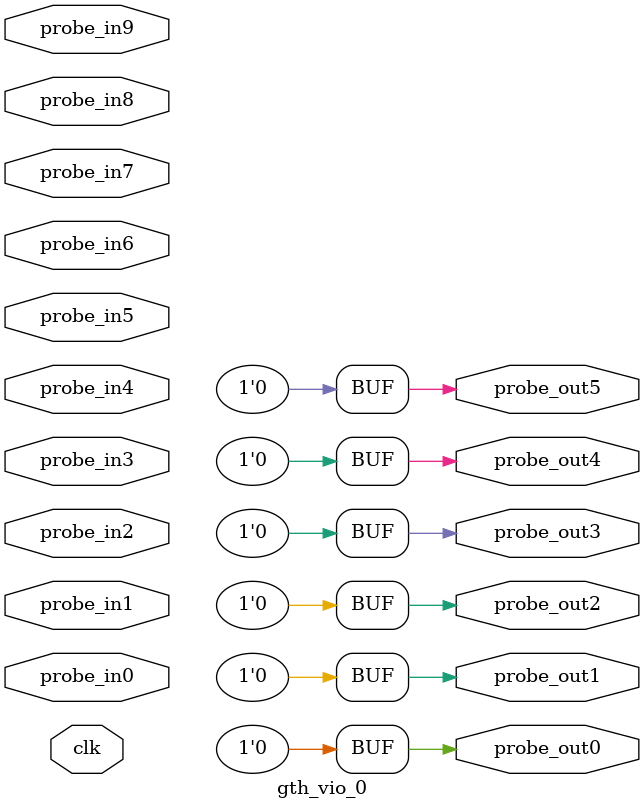
<source format=v>
`timescale 1ns / 1ps
module gth_vio_0 (
clk,
probe_in0,probe_in1,probe_in2,probe_in3,probe_in4,probe_in5,probe_in6,probe_in7,probe_in8,probe_in9,
probe_out0,
probe_out1,
probe_out2,
probe_out3,
probe_out4,
probe_out5
);

input clk;
input [0 : 0] probe_in0;
input [0 : 0] probe_in1;
input [0 : 0] probe_in2;
input [3 : 0] probe_in3;
input [3 : 0] probe_in4;
input [3 : 0] probe_in5;
input [3 : 0] probe_in6;
input [0 : 0] probe_in7;
input [0 : 0] probe_in8;
input [11 : 0] probe_in9;

output reg [0 : 0] probe_out0 = 'h0 ;
output reg [0 : 0] probe_out1 = 'h0 ;
output reg [0 : 0] probe_out2 = 'h0 ;
output reg [0 : 0] probe_out3 = 'h0 ;
output reg [0 : 0] probe_out4 = 'h0 ;
output reg [0 : 0] probe_out5 = 'h0 ;


endmodule

</source>
